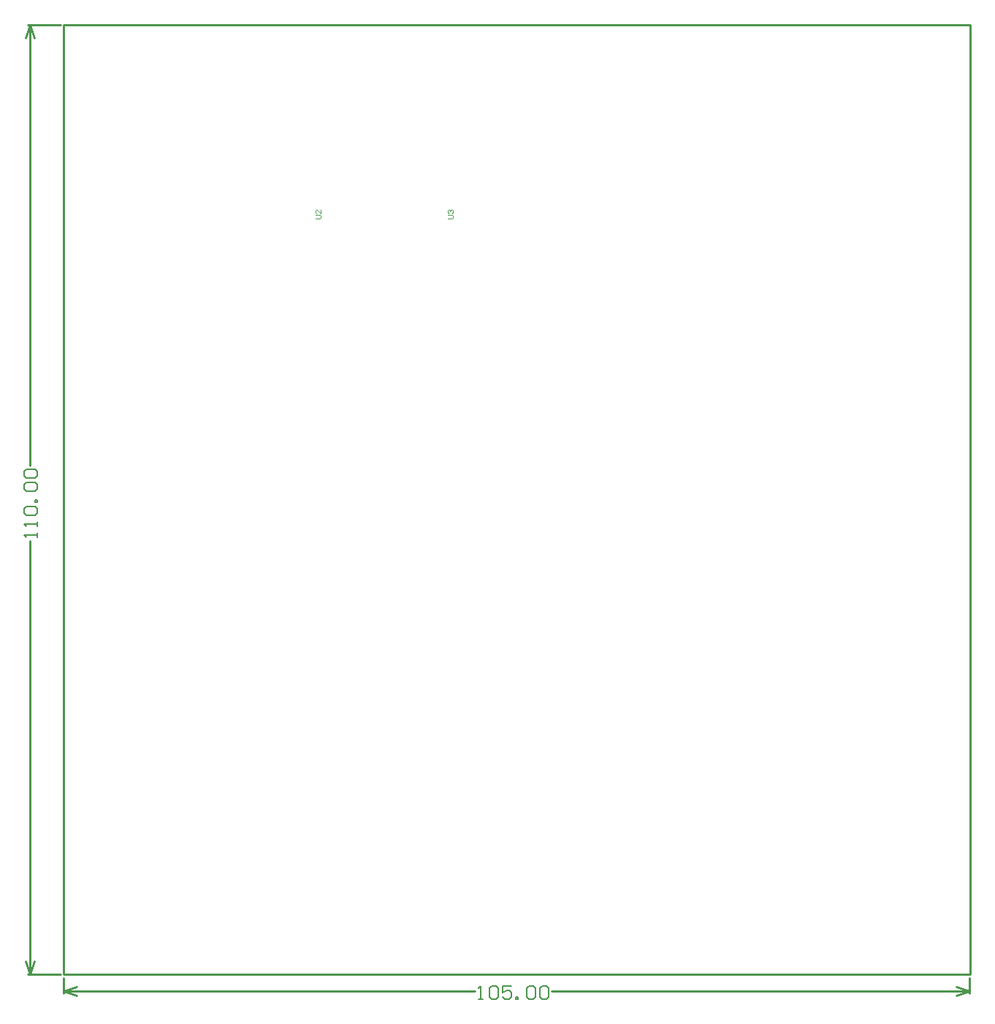
<source format=gm1>
G04*
G04 #@! TF.GenerationSoftware,Altium Limited,Altium Designer,20.2.3 (150)*
G04*
G04 Layer_Color=16711935*
%FSLAX25Y25*%
%MOIN*%
G70*
G04*
G04 #@! TF.SameCoordinates,55210B2D-0A46-486D-8559-DE1921E740DA*
G04*
G04*
G04 #@! TF.FilePolarity,Positive*
G04*
G01*
G75*
%ADD11C,0.00394*%
%ADD16C,0.00600*%
%ADD65C,0.01000*%
D11*
X187294Y358900D02*
X189262D01*
X189656Y359294D01*
Y360081D01*
X189262Y360474D01*
X187294D01*
X187688Y361261D02*
X187294Y361655D01*
Y362442D01*
X187688Y362836D01*
X188082D01*
X188475Y362442D01*
Y362049D01*
Y362442D01*
X188869Y362836D01*
X189262D01*
X189656Y362442D01*
Y361655D01*
X189262Y361261D01*
X126995Y358800D02*
X128962D01*
X129356Y359194D01*
Y359981D01*
X128962Y360374D01*
X126995D01*
X129356Y362736D02*
Y361161D01*
X127782Y362736D01*
X127388D01*
X126995Y362342D01*
Y361555D01*
X127388Y361161D01*
D16*
X99Y213440D02*
Y215440D01*
Y214440D01*
X-5899D01*
X-4899Y213440D01*
X99Y218439D02*
Y220438D01*
Y219439D01*
X-5899D01*
X-4899Y218439D01*
Y223437D02*
X-5899Y224437D01*
Y226436D01*
X-4899Y227436D01*
X-901D01*
X99Y226436D01*
Y224437D01*
X-901Y223437D01*
X-4899D01*
X99Y229435D02*
X-901D01*
Y230435D01*
X99D01*
Y229435D01*
X-4899Y234434D02*
X-5899Y235433D01*
Y237433D01*
X-4899Y238432D01*
X-901D01*
X99Y237433D01*
Y235433D01*
X-901Y234434D01*
X-4899D01*
Y240432D02*
X-5899Y241431D01*
Y243431D01*
X-4899Y244430D01*
X-901D01*
X99Y243431D01*
Y241431D01*
X-901Y240432D01*
X-4899D01*
X201198Y2901D02*
X203197D01*
X202198D01*
Y8899D01*
X201198Y7899D01*
X206196D02*
X207196Y8899D01*
X209195D01*
X210195Y7899D01*
Y3901D01*
X209195Y2901D01*
X207196D01*
X206196Y3901D01*
Y7899D01*
X216193Y8899D02*
X212194D01*
Y5900D01*
X214194Y6900D01*
X215194D01*
X216193Y5900D01*
Y3901D01*
X215194Y2901D01*
X213194D01*
X212194Y3901D01*
X218193Y2901D02*
Y3901D01*
X219192D01*
Y2901D01*
X218193D01*
X223191Y7899D02*
X224191Y8899D01*
X226190D01*
X227190Y7899D01*
Y3901D01*
X226190Y2901D01*
X224191D01*
X223191Y3901D01*
Y7899D01*
X229189D02*
X230189Y8899D01*
X232188D01*
X233188Y7899D01*
Y3901D01*
X232188Y2901D01*
X230189D01*
X229189Y3901D01*
Y7899D01*
D65*
X425600Y14000D02*
X425600Y447071D01*
X12100Y447071D02*
X425600Y447071D01*
X12100Y14000D02*
Y447071D01*
X-4500D02*
X10600D01*
X-4500Y14000D02*
X10600D01*
X-3500Y246030D02*
Y447071D01*
Y14000D02*
Y211841D01*
X-5500Y441071D02*
X-3500Y447071D01*
X-1500Y441071D01*
X-3500Y14000D02*
X-1500Y20000D01*
X-5500D02*
X-3500Y14000D01*
X12100D02*
X425486D01*
X12100Y6500D02*
X18100Y8500D01*
X12100Y6500D02*
X18100Y4500D01*
X419486D02*
X425486Y6500D01*
X419486Y8500D02*
X425486Y6500D01*
X12100D02*
X199598D01*
X234788D02*
X425486D01*
X12100Y5500D02*
Y12500D01*
X425486Y5500D02*
Y12500D01*
M02*

</source>
